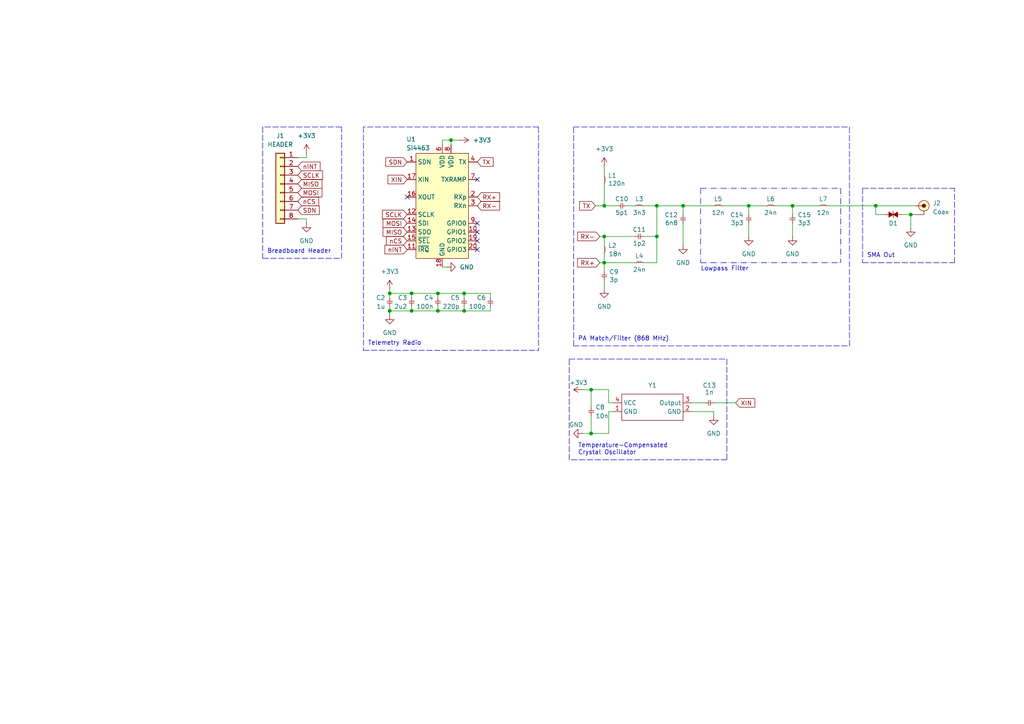
<source format=kicad_sch>
(kicad_sch (version 20231120) (generator "eeschema") (generator_version "8.0")
  (paper "A4")
  (lib_symbols
    (symbol "2T026000VY:2T026000VY"
      (property "Reference" "X" (at 0 0 0))
      (symbol "2T026000VY_1_0"
        (rectangle (start -8.89 3.81) (end 8.89 -3.81))
        (pin unspecified line (at -11.43 -1.27 0) (length 2.54) (name "GND") (number "1"))
        (pin unspecified line (at 11.43 -1.27 180) (length 2.54) (name "GND") (number "2"))
        (pin unspecified line (at 11.43 1.27 180) (length 2.54) (name "Output") (number "3"))
        (pin unspecified line (at -11.43 1.27 0) (length 2.54) (name "VCC") (number "4"))
      )
    )
    (symbol "RF:Si4463"
      (property "Reference" "U" (at -6.35 16.51 0))
      (property "Value" "Si4463" (at 6.35 16.51 0))
      (symbol "Si4463_0_1"
        (rectangle (start -7.62 15.24) (end 7.62 -15.24) (fill (type background)))
        (rectangle (start 10.16 -15.24) (end 10.16 -15.24))
      )
      (symbol "Si4463_1_1"
        (pin input line (at -10.16 12.7 0) (length 2.54) (name "SDN") (number "1"))
        (pin bidirectional line (at 10.16 -7.62 180) (length 2.54) (name "GPIO1") (number "10"))
        (pin open_collector line (at -10.16 -12.7 0) (length 2.54) (name "~{IRQ}") (number "11"))
        (pin input line (at -10.16 -2.54 0) (length 2.54) (name "SCLK") (number "12"))
        (pin output line (at -10.16 -7.62 0) (length 2.54) (name "SDO") (number "13"))
        (pin input line (at -10.16 -5.08 0) (length 2.54) (name "SDI") (number "14"))
        (pin input line (at -10.16 -10.16 0) (length 2.54) (name "~{SEL}") (number "15"))
        (pin passive line (at -10.16 2.54 0) (length 2.54) (name "XOUT") (number "16"))
        (pin input line (at -10.16 7.62 0) (length 2.54) (name "XIN") (number "17"))
        (pin power_in line (at 0 -17.78 90) (length 2.54) (name "GND") (number "18"))
        (pin bidirectional line (at 10.16 -10.16 180) (length 2.54) (name "GPIO2") (number "19"))
        (pin input line (at 10.16 2.54 180) (length 2.54) (name "RXp") (number "2"))
        (pin bidirectional line (at 10.16 -12.7 180) (length 2.54) (name "GPIO3") (number "20"))
        (pin passive line (at 0 -17.78 90) (length 2.54) hide (name "GND") (number "21"))
        (pin input line (at 10.16 0 180) (length 2.54) (name "RXn") (number "3"))
        (pin output line (at 10.16 12.7 180) (length 2.54) (name "TX") (number "4"))
        (pin no_connect line (at 7.62 -15.24 180) (length 2.54) hide (name "NC") (number "5"))
        (pin power_in line (at 0 17.78 270) (length 2.54) (name "VDD") (number "6"))
        (pin output line (at 10.16 7.62 180) (length 2.54) (name "TXRAMP") (number "7"))
        (pin power_in line (at 2.54 17.78 270) (length 2.54) (name "VDD") (number "8"))
        (pin bidirectional line (at 10.16 -5.08 180) (length 2.54) (name "GPIO0") (number "9"))
      )
    )
    (symbol "Strix:C" (pin_numbers hide) (pin_names (offset 1.016) hide)
      (property "Reference" "C" (at 1.27 1.778 0))
      (property "Value" "C" (at 1.27 -1.778 0))
      (symbol "C_0_1"
        (polyline (pts (xy 1.016 0.762) (xy 1.016 -0.762)))
        (polyline (pts (xy 1.524 0.762) (xy 1.524 -0.762)))
      )
      (symbol "C_1_1"
        (pin passive line (at 0 0 0) (length 1.016) (name "~") (number "1"))
        (pin passive line (at 2.54 0 180) (length 1.016) (name "~") (number "2"))
      )
    )
    (symbol "Strix:Coax" (pin_numbers hide) (pin_names (offset 1.016) hide)
      (property "Reference" "J" (at 0 2.54 0))
      (property "Value" "Coax" (at 0 -3.81 0))
      (symbol "Coax_0_1"
        (polyline (pts (xy 0 -1.524) (xy 0 -2.54)))
        (circle (center 0 0) (radius 0.508) (fill (type outline)))
        (circle (center 0 0) (radius 1.524) (fill (type background)))
      )
      (symbol "Coax_1_1"
        (pin bidirectional line (at -2.54 0 0) (length 2.54) (name "RF") (number "1"))
        (pin power_in line (at -2.54 -2.54 0) (length 2.54) (name "GND") (number "2"))
      )
    )
    (symbol "Strix:Conn_01x08" (pin_names (offset 1.016) hide)
      (property "Reference" "J" (at 0 10.16 0))
      (property "Value" "Conn_01x08" (at 0 -12.7 0))
      (symbol "Conn_01x08_1_1"
        (rectangle (start -1.27 -10.033) (end 0 -10.287) (stroke (width 0.1524)))
        (rectangle (start -1.27 -7.493) (end 0 -7.747) (stroke (width 0.1524)))
        (rectangle (start -1.27 -4.953) (end 0 -5.207) (stroke (width 0.1524)))
        (rectangle (start -1.27 -2.413) (end 0 -2.667) (stroke (width 0.1524)))
        (rectangle (start -1.27 0.127) (end 0 -0.127) (stroke (width 0.1524)))
        (rectangle (start -1.27 2.667) (end 0 2.413) (stroke (width 0.1524)))
        (rectangle (start -1.27 5.207) (end 0 4.953) (stroke (width 0.1524)))
        (rectangle (start -1.27 7.747) (end 0 7.493) (stroke (width 0.1524)))
        (rectangle (start -1.27 8.89) (end 1.27 -11.43) (stroke (width 0.254)) (fill (type background)))
        (pin passive line (at -5.08 7.62 0) (length 3.81) (name "Pin_1") (number "1"))
        (pin passive line (at -5.08 5.08 0) (length 3.81) (name "Pin_2") (number "2"))
        (pin passive line (at -5.08 2.54 0) (length 3.81) (name "Pin_3") (number "3"))
        (pin passive line (at -5.08 0 0) (length 3.81) (name "Pin_4") (number "4"))
        (pin passive line (at -5.08 -2.54 0) (length 3.81) (name "Pin_5") (number "5"))
        (pin passive line (at -5.08 -5.08 0) (length 3.81) (name "Pin_6") (number "6"))
        (pin passive line (at -5.08 -7.62 0) (length 3.81) (name "Pin_7") (number "7"))
        (pin passive line (at -5.08 -10.16 0) (length 3.81) (name "Pin_8") (number "8"))
      )
    )
    (symbol "Strix:D_ESD" (pin_numbers hide) (pin_names (offset 0) hide)
      (property "Reference" "D" (at -1.27 2.54 0))
      (symbol "D_ESD_0_1"
        (polyline (pts (xy 0 -0.762) (xy 0.254 -0.762)))
        (polyline (pts (xy 0 0.762) (xy -0.254 0.762)))
        (polyline (pts (xy 0 0.762) (xy 0 -0.762)))
        (polyline (pts (xy 0 0) (xy -1.27 0.762) (xy -1.27 -0.762) (xy 0 0)) (fill (type outline)))
        (polyline (pts (xy 0 0) (xy 1.27 0.762) (xy 1.27 -0.762) (xy 0 0)) (fill (type outline)))
      )
      (symbol "D_ESD_1_1"
        (pin passive line (at -2.54 0 0) (length 1.27) (name "1") (number "1"))
        (pin passive line (at 2.54 0 180) (length 1.27) (name "2") (number "2"))
      )
    )
    (symbol "Strix:L" (pin_numbers hide) (pin_names (offset 1.016) hide)
      (property "Reference" "L" (at 1.27 1.27 0))
      (property "Value" "L" (at 1.27 -1.27 0))
      (symbol "L_0_1"
        (arc (start 1.016 0) (mid 0.762 0.2529) (end 0.508 0))
        (arc (start 1.524 0) (mid 1.27 0.2529) (end 1.016 0))
        (arc (start 2.032 0) (mid 1.778 0.2529) (end 1.524 0))
      )
      (symbol "L_1_1"
        (pin passive line (at 0 0 0) (length 0.508) (name "~") (number "1"))
        (pin passive line (at 2.54 0 180) (length 0.508) (name "~") (number "2"))
      )
    )
    (symbol "power:+3V3" (power) (pin_numbers hide) (pin_names (offset 0) hide)
      (property "Value" "+3V3" (at 0 3.556 0))
      (symbol "+3V3_0_1"
        (polyline (pts (xy -0.762 1.27) (xy 0 2.54)))
        (polyline (pts (xy 0 0) (xy 0 2.54)))
        (polyline (pts (xy 0 2.54) (xy 0.762 1.27)))
      )
      (symbol "+3V3_1_1"
        (pin power_in line (at 0 0 90) (length 0) (name "~") (number "1"))
      )
    )
    (symbol "power:GND" (power) (pin_numbers hide) (pin_names (offset 0) hide)
      (property "Value" "GND" (at 0 -3.81 0))
      (symbol "GND_0_1"
        (polyline (pts (xy 0 0) (xy 0 -1.27) (xy 1.27 -1.27) (xy 0 -2.54) (xy -1.27 -1.27) (xy 0 -1.27)))
      )
      (symbol "GND_1_1"
        (pin power_in line (at 0 0 270) (length 0) (name "~") (number "1"))
      )
    )
  )
  (junction (at 130.81 40.64))
  (junction (at 134.62 90.17))
  (junction (at 171.45 113.03))
  (junction (at 217.17 59.69))
  (junction (at 175.26 76.2))
  (junction (at 264.16 62.23))
  (junction (at 175.26 59.69))
  (junction (at 119.38 90.17))
  (junction (at 127 85.09))
  (junction (at 171.45 125.73))
  (junction (at 254 59.69))
  (junction (at 113.03 85.09))
  (junction (at 175.26 68.58))
  (junction (at 113.03 90.17))
  (junction (at 198.12 59.69))
  (junction (at 127 90.17))
  (junction (at 119.38 85.09))
  (junction (at 134.62 85.09))
  (junction (at 190.5 68.58))
  (junction (at 190.5 59.69))
  (junction (at 229.87 59.69))
  (no_connect (at 138.43 52.07))
  (no_connect (at 138.43 72.39))
  (no_connect (at 138.43 67.31))
  (no_connect (at 118.11 57.15))
  (no_connect (at 138.43 69.85))
  (no_connect (at 138.43 64.77))
  (wire (pts (xy 222.25 59.69) (xy 217.17 59.69)))
  (wire (pts (xy 224.79 59.69) (xy 229.87 59.69)))
  (wire (pts (xy 128.27 40.64) (xy 130.81 40.64)))
  (wire (pts (xy 217.17 62.23) (xy 217.17 59.69)))
  (wire (pts (xy 207.01 59.69) (xy 198.12 59.69)))
  (wire (pts (xy 179.07 59.69) (xy 175.26 59.69)))
  (wire (pts (xy 176.53 119.38) (xy 176.53 125.73)))
  (wire (pts (xy 142.24 90.17) (xy 142.24 88.9)))
  (wire (pts (xy 134.62 85.09) (xy 134.62 86.36)))
  (polyline (pts (xy 210.82 104.14) (xy 210.82 133.35)) (stroke (width 0) (type dash)))
  (polyline (pts (xy 156.21 36.83) (xy 156.21 101.6)) (stroke (width 0) (type dash)))
  (polyline (pts (xy 250.19 76.2) (xy 276.86 76.2)) (stroke (width 0) (type dash)))
  (wire (pts (xy 88.9 64.77) (xy 88.9 63.5)))
  (wire (pts (xy 186.69 68.58) (xy 190.5 68.58)))
  (wire (pts (xy 190.5 59.69) (xy 190.5 68.58)))
  (polyline (pts (xy 203.2 54.61) (xy 203.2 76.2)) (stroke (width 0) (type dash_dot)))
  (wire (pts (xy 127 86.36) (xy 127 85.09)))
  (wire (pts (xy 184.15 68.58) (xy 175.26 68.58)))
  (wire (pts (xy 88.9 44.45) (xy 88.9 45.72)))
  (polyline (pts (xy 210.82 133.35) (xy 165.1 133.35)) (stroke (width 0) (type dash)))
  (wire (pts (xy 127 85.09) (xy 119.38 85.09)))
  (wire (pts (xy 128.27 41.91) (xy 128.27 40.64)))
  (polyline (pts (xy 250.19 54.61) (xy 250.19 76.2)) (stroke (width 0) (type dash)))
  (wire (pts (xy 198.12 64.77) (xy 198.12 71.12)))
  (wire (pts (xy 127 90.17) (xy 127 88.9)))
  (wire (pts (xy 256.54 62.23) (xy 254 62.23)))
  (wire (pts (xy 264.16 62.23) (xy 265.43 62.23)))
  (wire (pts (xy 134.62 88.9) (xy 134.62 90.17)))
  (polyline (pts (xy 250.19 54.61) (xy 276.86 54.61)) (stroke (width 0) (type dash)))
  (wire (pts (xy 207.01 120.65) (xy 207.01 119.38)))
  (wire (pts (xy 176.53 113.03) (xy 176.53 116.84)))
  (wire (pts (xy 190.5 68.58) (xy 190.5 76.2)))
  (wire (pts (xy 198.12 62.23) (xy 198.12 59.69)))
  (wire (pts (xy 217.17 64.77) (xy 217.17 68.58)))
  (wire (pts (xy 237.49 59.69) (xy 229.87 59.69)))
  (wire (pts (xy 184.15 59.69) (xy 181.61 59.69)))
  (wire (pts (xy 177.8 116.84) (xy 176.53 116.84)))
  (wire (pts (xy 229.87 59.69) (xy 229.87 62.23)))
  (wire (pts (xy 113.03 90.17) (xy 119.38 90.17)))
  (polyline (pts (xy 203.2 76.2) (xy 243.84 76.2)) (stroke (width 0) (type dash_dot)))
  (wire (pts (xy 175.26 81.28) (xy 175.26 83.82)))
  (wire (pts (xy 175.26 53.34) (xy 175.26 59.69)))
  (wire (pts (xy 113.03 88.9) (xy 113.03 90.17)))
  (polyline (pts (xy 99.06 36.83) (xy 76.2 36.83)) (stroke (width 0) (type dash)))
  (polyline (pts (xy 246.38 100.33) (xy 246.38 36.83)) (stroke (width 0) (type dash)))
  (wire (pts (xy 113.03 90.17) (xy 113.03 91.44)))
  (wire (pts (xy 240.03 59.69) (xy 254 59.69)))
  (wire (pts (xy 177.8 119.38) (xy 176.53 119.38)))
  (polyline (pts (xy 203.2 54.61) (xy 243.84 54.61)) (stroke (width 0) (type dash_dot)))
  (wire (pts (xy 175.26 73.66) (xy 175.26 76.2)))
  (wire (pts (xy 184.15 76.2) (xy 175.26 76.2)))
  (wire (pts (xy 127 85.09) (xy 134.62 85.09)))
  (wire (pts (xy 133.35 40.64) (xy 130.81 40.64)))
  (wire (pts (xy 229.87 64.77) (xy 229.87 68.58)))
  (wire (pts (xy 113.03 85.09) (xy 113.03 83.82)))
  (wire (pts (xy 190.5 59.69) (xy 198.12 59.69)))
  (wire (pts (xy 264.16 62.23) (xy 264.16 66.04)))
  (wire (pts (xy 261.62 62.23) (xy 264.16 62.23)))
  (wire (pts (xy 134.62 90.17) (xy 127 90.17)))
  (wire (pts (xy 86.36 45.72) (xy 88.9 45.72)))
  (wire (pts (xy 173.99 76.2) (xy 175.26 76.2)))
  (polyline (pts (xy 165.1 104.14) (xy 210.82 104.14)) (stroke (width 0) (type dash)))
  (wire (pts (xy 119.38 85.09) (xy 113.03 85.09)))
  (wire (pts (xy 186.69 59.69) (xy 190.5 59.69)))
  (wire (pts (xy 168.91 113.03) (xy 171.45 113.03)))
  (polyline (pts (xy 166.37 100.33) (xy 166.37 36.83)) (stroke (width 0) (type dash)))
  (wire (pts (xy 171.45 113.03) (xy 176.53 113.03)))
  (wire (pts (xy 207.01 119.38) (xy 200.66 119.38)))
  (wire (pts (xy 134.62 90.17) (xy 142.24 90.17)))
  (wire (pts (xy 113.03 85.09) (xy 113.03 86.36)))
  (polyline (pts (xy 99.06 74.93) (xy 99.06 36.83)) (stroke (width 0) (type dash)))
  (polyline (pts (xy 243.84 54.61) (xy 243.84 76.2)) (stroke (width 0) (type dash_dot)))
  (wire (pts (xy 134.62 85.09) (xy 142.24 85.09)))
  (wire (pts (xy 130.81 40.64) (xy 130.81 41.91)))
  (polyline (pts (xy 105.41 36.83) (xy 105.41 101.6)) (stroke (width 0) (type dash)))
  (wire (pts (xy 254 62.23) (xy 254 59.69)))
  (wire (pts (xy 88.9 63.5) (xy 86.36 63.5)))
  (polyline (pts (xy 276.86 76.2) (xy 276.86 54.61)) (stroke (width 0) (type dash)))
  (wire (pts (xy 200.66 116.84) (xy 204.47 116.84)))
  (wire (pts (xy 190.5 76.2) (xy 186.69 76.2)))
  (polyline (pts (xy 105.41 101.6) (xy 156.21 101.6)) (stroke (width 0) (type dash)))
  (wire (pts (xy 172.72 59.69) (xy 175.26 59.69)))
  (polyline (pts (xy 165.1 133.35) (xy 165.1 104.14)) (stroke (width 0) (type dash)))
  (polyline (pts (xy 166.37 100.33) (xy 246.38 100.33)) (stroke (width 0) (type dash)))
  (wire (pts (xy 254 59.69) (xy 265.43 59.69)))
  (wire (pts (xy 129.54 77.47) (xy 128.27 77.47)))
  (wire (pts (xy 119.38 85.09) (xy 119.38 86.36)))
  (polyline (pts (xy 166.37 36.83) (xy 246.38 36.83)) (stroke (width 0) (type dash)))
  (wire (pts (xy 175.26 71.12) (xy 175.26 68.58)))
  (wire (pts (xy 207.01 116.84) (xy 213.36 116.84)))
  (wire (pts (xy 175.26 76.2) (xy 175.26 78.74)))
  (polyline (pts (xy 76.2 36.83) (xy 76.2 74.93)) (stroke (width 0) (type dash)))
  (wire (pts (xy 171.45 120.65) (xy 171.45 125.73)))
  (wire (pts (xy 119.38 90.17) (xy 127 90.17)))
  (polyline (pts (xy 76.2 74.93) (xy 99.06 74.93)) (stroke (width 0) (type dash)))
  (wire (pts (xy 168.91 125.73) (xy 171.45 125.73)))
  (wire (pts (xy 173.99 68.58) (xy 175.26 68.58)))
  (wire (pts (xy 142.24 85.09) (xy 142.24 86.36)))
  (wire (pts (xy 119.38 90.17) (xy 119.38 88.9)))
  (wire (pts (xy 171.45 125.73) (xy 176.53 125.73)))
  (wire (pts (xy 175.26 50.8) (xy 175.26 48.26)))
  (wire (pts (xy 217.17 59.69) (xy 209.55 59.69)))
  (polyline (pts (xy 156.21 36.83) (xy 105.41 36.83)) (stroke (width 0) (type dash)))
  (wire (pts (xy 171.45 113.03) (xy 171.45 118.11)))
  (text "Temperature-Compensated\nCrystal Oscillator" (at 167.64 132.08 0) (effects (font (size 1.27 1.27)) (justify left bottom)))
  (text "SMA Out" (at 251.4563 74.8878 0) (effects (font (size 1.27 1.27)) (justify left bottom)))
  (text "Lowpass Filter" (at 203.2 78.74 0) (effects (font (size 1.27 1.27)) (justify left bottom)))
  (text "PA Match/Filter (868 MHz)" (at 167.64 99.06 0) (effects (font (size 1.27 1.27)) (justify left bottom)))
  (text "Breadboard Header" (at 77.47 73.66 0) (effects (font (size 1.27 1.27)) (justify left bottom)))
  (text "Telemetry Radio" (at 106.68 100.33 0) (effects (font (size 1.27 1.27)) (justify left bottom)))
  (global_label "nINT" (shape input) (at 118.11 72.39 180) (property "Intersheetrefs" "${INTERSHEET_REFS}" (effects (hide yes))))
  (global_label "SCLK" (shape input) (at 86.36 50.8 0) (property "Intersheetrefs" "${INTERSHEET_REFS}" (effects (hide yes))))
  (global_label "MISO" (shape input) (at 86.36 53.34 0) (property "Intersheetrefs" "${INTERSHEET_REFS}" (effects (hide yes))))
  (global_label "SCLK" (shape input) (at 118.11 62.23 180) (property "Intersheetrefs" "${INTERSHEET_REFS}" (effects (hide yes))))
  (global_label "TX" (shape input) (at 138.43 46.99 0) (property "Intersheetrefs" "${INTERSHEET_REFS}" (effects (hide yes))))
  (global_label "nCS" (shape input) (at 86.36 58.42 0) (property "Intersheetrefs" "${INTERSHEET_REFS}" (effects (hide yes))))
  (global_label "nCS" (shape input) (at 118.11 69.85 180) (property "Intersheetrefs" "${INTERSHEET_REFS}" (effects (hide yes))))
  (global_label "MISO" (shape input) (at 118.11 67.31 180) (property "Intersheetrefs" "${INTERSHEET_REFS}" (effects (hide yes))))
  (global_label "RX+" (shape input) (at 173.99 76.2 180) (property "Intersheetrefs" "${INTERSHEET_REFS}" (effects (hide yes))))
  (global_label "nINT" (shape input) (at 86.36 48.26 0) (property "Intersheetrefs" "${INTERSHEET_REFS}" (effects (hide yes))))
  (global_label "TX" (shape input) (at 172.72 59.69 180) (property "Intersheetrefs" "${INTERSHEET_REFS}" (effects (hide yes))))
  (global_label "RX-" (shape input) (at 138.43 59.69 0) (property "Intersheetrefs" "${INTERSHEET_REFS}" (effects (hide yes))))
  (global_label "MOSI" (shape input) (at 86.36 55.88 0) (property "Intersheetrefs" "${INTERSHEET_REFS}" (effects (hide yes))))
  (global_label "SDN" (shape input) (at 118.11 46.99 180) (property "Intersheetrefs" "${INTERSHEET_REFS}" (effects (hide yes))))
  (global_label "SDN" (shape input) (at 86.36 60.96 0) (property "Intersheetrefs" "${INTERSHEET_REFS}" (effects (hide yes))))
  (global_label "XIN" (shape input) (at 213.36 116.84 0) (property "Intersheetrefs" "${INTERSHEET_REFS}" (effects (hide yes))))
  (global_label "MOSI" (shape input) (at 118.11 64.77 180) (property "Intersheetrefs" "${INTERSHEET_REFS}" (effects (hide yes))))
  (global_label "RX-" (shape input) (at 173.99 68.58 180) (property "Intersheetrefs" "${INTERSHEET_REFS}" (effects (hide yes))))
  (global_label "RX+" (shape input) (at 138.43 57.15 0) (property "Intersheetrefs" "${INTERSHEET_REFS}" (effects (hide yes))))
  (global_label "XIN" (shape input) (at 118.11 52.07 180) (property "Intersheetrefs" "${INTERSHEET_REFS}" (effects (hide yes))))
  (symbol (lib_id "Strix:Coax") (at 267.97 59.69 0) (unit 1)
    (property "Reference" "J2" (at 270.51 58.9279 0) (effects (justify left)))
    (property "Value" "Coax" (at 270.51 61.4679 0) (effects (justify left)))
    (property "Footprint" "Strix:SMA-Edge" (effects (hide yes)))
    (property "Farnell" "1608592" (effects (hide yes)))
  )
  (symbol (lib_id "Strix:C") (at 113.03 86.36 90) (mirror x) (unit 1)
    (property "Reference" "C2" (at 111.76 86.36 90) (effects (justify left)))
    (property "Value" "1u" (at 111.76 88.9 90) (effects (justify left)))
    (property "Footprint" "Capacitor_SMD:C_0402_1005Metric_Pad0.74x0.62mm_HandSolder" (effects (hide yes)))
    (property "Farnell" "9402063" (effects (hide yes)))
  )
  (symbol (lib_id "Strix:C") (at 171.45 118.11 90) (mirror x) (unit 1)
    (property "Reference" "C8" (at 172.72 118.11 90) (effects (justify right)))
    (property "Value" "10n" (at 172.72 120.65 90) (effects (justify right)))
    (property "Footprint" "Capacitor_SMD:C_0402_1005Metric_Pad0.74x0.62mm_HandSolder" (effects (hide yes)))
    (property "Farnell" "9402047" (effects (hide yes)))
  )
  (symbol (lib_id "Strix:L") (at 184.15 76.2 0) (unit 1)
    (property "Reference" "L4" (at 185.42 74.93 0) (effects (justify bottom)))
    (property "Value" "24n" (at 185.42 77.47 0) (effects (justify top)))
    (property "Footprint" "Inductor_SMD:L_0402_1005Metric_Pad0.77x0.64mm_HandSolder" (effects (hide yes)))
    (property "Farnell" "3263549" (effects (hide yes)))
  )
  (symbol (lib_id "Strix:C") (at 175.26 78.74 270) (unit 1)
    (property "Reference" "C9" (at 176.7332 78.8416 90) (effects (justify left)))
    (property "Value" "3p" (at 176.7332 81.153 90) (effects (justify left)))
    (property "Footprint" "Capacitor_SMD:C_0402_1005Metric_Pad0.74x0.62mm_HandSolder" (effects (hide yes)))
    (property "Farnell" "1758933" (effects (hide yes)))
  )
  (symbol (lib_id "power:+3V3") (at 113.03 83.82 0) (unit 1)
    (property "Reference" "#PWR03" (effects (hide yes)))
    (property "Value" "+3V3" (at 113.03 78.74 0))
    (property "Description" "Power symbol creates a global label with name \"+3V3\"" (effects (hide yes)))
  )
  (symbol (lib_id "power:GND") (at 175.26 83.82 0) (unit 1)
    (property "Reference" "#PWR010" (effects (hide yes)))
    (property "Value" "GND" (at 175.26 88.9 0))
    (property "Description" "Power symbol creates a global label with name \"GND\" , ground" (effects (hide yes)))
  )
  (symbol (lib_id "Strix:L") (at 175.26 50.8 270) (unit 1)
    (property "Reference" "L1" (at 176.3776 50.9016 90) (effects (justify left)))
    (property "Value" "120n" (at 176.3776 53.213 90) (effects (justify left)))
    (property "Footprint" "Inductor_SMD:L_0402_1005Metric_Pad0.77x0.64mm_HandSolder" (effects (hide yes)))
    (property "Farnell" "3471254" (effects (hide yes)))
  )
  (symbol (lib_id "power:+3V3") (at 168.91 113.03 90) (unit 1)
    (property "Reference" "#PWR012" (effects (hide yes)))
    (property "Value" "+3V3" (at 170.434 110.998 90) (effects (justify left)))
    (property "Description" "Power symbol creates a global label with name \"+3V3\"" (effects (hide yes)))
  )
  (symbol (lib_id "Strix:Conn_01x08") (at 81.28 53.34 0) (mirror y) (unit 1)
    (property "Reference" "J1" (at 81.28 39.37 0))
    (property "Value" "HEADER" (at 81.28 41.91 0))
    (property "Footprint" "Strix:Header_Breadboard_1x08" (effects (hide yes)))
    (property "Farnell" "1022256" (effects (hide yes)))
  )
  (symbol (lib_id "Strix:C") (at 229.87 62.23 270) (unit 1)
    (property "Reference" "C15" (at 231.3432 62.3316 90) (effects (justify left)))
    (property "Value" "3p3" (at 231.3432 64.643 90) (effects (justify left)))
    (property "Footprint" "Capacitor_SMD:C_0402_1005Metric_Pad0.74x0.62mm_HandSolder" (effects (hide yes)))
    (property "Farnell" "3013357" (effects (hide yes)))
  )
  (symbol (lib_id "Strix:L") (at 175.26 71.12 270) (unit 1)
    (property "Reference" "L2" (at 176.3776 71.2216 90) (effects (justify left)))
    (property "Value" "18n" (at 176.53 73.66 90) (effects (justify left)))
    (property "Footprint" "Inductor_SMD:L_0402_1005Metric_Pad0.77x0.64mm_HandSolder" (effects (hide yes)))
    (property "Farnell" "1343084" (effects (hide yes)))
  )
  (symbol (lib_id "power:GND") (at 217.17 68.58 0) (unit 1)
    (property "Reference" "#PWR014" (effects (hide yes)))
    (property "Value" "GND" (at 217.17 73.66 0))
    (property "Description" "Power symbol creates a global label with name \"GND\" , ground" (effects (hide yes)))
  )
  (symbol (lib_id "Strix:L") (at 207.01 59.69 0) (unit 1)
    (property "Reference" "L5" (at 208.28 58.42 0) (effects (justify bottom)))
    (property "Value" "12n" (at 208.28 60.96 0) (effects (justify top)))
    (property "Footprint" "Inductor_SMD:L_0402_1005Metric_Pad0.77x0.64mm_HandSolder" (effects (hide yes)))
    (property "Farnell" "1343082" (effects (hide yes)))
  )
  (symbol (lib_id "power:GND") (at 88.9 64.77 0) (unit 1)
    (property "Reference" "#PWR02" (effects (hide yes)))
    (property "Value" "GND" (at 88.9 69.85 0))
    (property "Description" "Power symbol creates a global label with name \"GND\" , ground" (effects (hide yes)))
  )
  (symbol (lib_id "power:+3V3") (at 133.35 40.64 270) (unit 1)
    (property "Reference" "#PWR017" (effects (hide yes)))
    (property "Value" "+3V3" (at 137.16 40.6399 90) (effects (justify left)))
    (property "Description" "Power symbol creates a global label with name \"+3V3\"" (effects (hide yes)))
  )
  (symbol (lib_id "RF:Si4463") (at 128.27 59.69 0) (unit 1)
    (property "Reference" "U1" (at 117.856 40.386 0) (effects (justify left)))
    (property "Value" "Si4463" (at 117.856 42.926 0) (effects (justify left)))
    (property "Footprint" "Package_DFN_QFN:QFN-20-1EP_4x4mm_P0.5mm_EP2.6x2.6mm_ThermalVias" (effects (hide yes)))
    (property "Datasheet" "https://www.silabs.com/documents/public/data-sheets/Si4464-63-61-60.pdf" (effects (hide yes)))
    (property "Description" "High-Performance, Low-Current Sub-GHz Transceiver, +20dBm, Major bands 142-1050 MHz, QFN-20" (effects (hide yes)))
  )
  (symbol (lib_id "Strix:C") (at 134.62 86.36 90) (mirror x) (unit 1)
    (property "Reference" "C5" (at 133.35 86.36 90) (effects (justify left)))
    (property "Value" "220p" (at 133.35 88.9 90) (effects (justify left)))
    (property "Footprint" "Capacitor_SMD:C_0402_1005Metric_Pad0.74x0.62mm_HandSolder" (effects (hide yes)))
    (property "Farnell" "3019240" (effects (hide yes)))
  )
  (symbol (lib_id "Strix:C") (at 184.15 68.58 0) (unit 1)
    (property "Reference" "C11" (at 185.42 67.31 0) (effects (justify bottom)))
    (property "Value" "1p2" (at 185.42 69.85 0) (effects (justify top)))
    (property "Footprint" "Capacitor_SMD:C_0402_1005Metric_Pad0.74x0.62mm_HandSolder" (effects (hide yes)))
    (property "Farnell" "3369062" (effects (hide yes)))
  )
  (symbol (lib_id "power:GND") (at 264.16 66.04 0) (unit 1)
    (property "Reference" "#PWR013" (effects (hide yes)))
    (property "Value" "GND" (at 264.16 71.12 0))
    (property "Description" "Power symbol creates a global label with name \"GND\" , ground" (effects (hide yes)))
  )
  (symbol (lib_id "Strix:C") (at 142.24 86.36 90) (mirror x) (unit 1)
    (property "Reference" "C6" (at 140.97 86.36 90) (effects (justify left)))
    (property "Value" "100p" (at 140.97 88.9 90) (effects (justify left)))
    (property "Footprint" "Capacitor_SMD:C_0402_1005Metric_Pad0.74x0.62mm_HandSolder" (effects (hide yes)))
    (property "Farnell" "2906905" (effects (hide yes)))
  )
  (symbol (lib_id "power:GND") (at 168.91 125.73 270) (unit 1)
    (property "Reference" "#PWR04" (effects (hide yes)))
    (property "Value" "GND" (at 169.164 123.19 90) (effects (justify right)))
    (property "Description" "Power symbol creates a global label with name \"GND\" , ground" (effects (hide yes)))
  )
  (symbol (lib_id "Strix:L") (at 237.49 59.69 0) (unit 1)
    (property "Reference" "L7" (at 238.76 58.42 0) (effects (justify bottom)))
    (property "Value" "12n" (at 238.76 60.96 0) (effects (justify top)))
    (property "Footprint" "Inductor_SMD:L_0402_1005Metric_Pad0.77x0.64mm_HandSolder" (effects (hide yes)))
    (property "Farnell" "1343082" (effects (hide yes)))
  )
  (symbol (lib_id "2T026000VY:2T026000VY") (at 189.23 118.11 0) (unit 1)
    (property "Reference" "Y1" (at 189.23 111.76 0))
    (property "Value" "26MHz" (effects (hide yes)))
    (property "Footprint" "2T026000VY:CRYSTAL-SMD_4P-L2.5-W2.0-BL-1" (effects (hide yes)))
    (property "Datasheet" "https://atta.szlcsc.com/upload/public/pdf/source/20231222/214C4113A54CF1C8D7973E337A04F371.pdf" (effects (hide yes)))
    (property "Description" "Frequency:26MHz Frequency Stability:±0.5ppm Frequency Stability:±0.5ppm Output Type:- Voltage - Supply:1.8V~3.3V Voltage - Supply:1.8V~3.3V Current - Supply:1.5mA Operating Temperature:-40°C~+85°C Operating Temperature:-40°C~+85°C Ratings:-" (effects (hide yes)))
    (property "Manufacturer Part" "2T026000VY" (effects (hide yes)))
    (property "Manufacturer" "HUAXIN(华昕)" (effects (hide yes)))
    (property "Supplier Part" "C19725361" (effects (hide yes)))
    (property "Supplier" "LCSC" (effects (hide yes)))
    (property "LCSC Part Name" "26MHz ±0.5ppm 1.8V~3.3V" (effects (hide yes)))
  )
  (symbol (lib_id "power:GND") (at 198.12 71.12 0) (unit 1)
    (property "Reference" "#PWR011" (effects (hide yes)))
    (property "Value" "GND" (at 198.12 76.2 0))
    (property "Description" "Power symbol creates a global label with name \"GND\" , ground" (effects (hide yes)))
  )
  (symbol (lib_id "power:GND") (at 229.87 68.58 0) (unit 1)
    (property "Reference" "#PWR015" (effects (hide yes)))
    (property "Value" "GND" (at 229.87 73.66 0))
    (property "Description" "Power symbol creates a global label with name \"GND\" , ground" (effects (hide yes)))
  )
  (symbol (lib_id "power:+3V3") (at 175.26 48.26 0) (unit 1)
    (property "Reference" "#PWR07" (effects (hide yes)))
    (property "Value" "+3V3" (at 175.26 43.18 0))
    (property "Description" "Power symbol creates a global label with name \"+3V3\"" (effects (hide yes)))
  )
  (symbol (lib_id "Strix:L") (at 222.25 59.69 0) (unit 1)
    (property "Reference" "L6" (at 223.52 58.42 0) (effects (justify bottom)))
    (property "Value" "24n" (at 223.52 60.96 0) (effects (justify top)))
    (property "Footprint" "Inductor_SMD:L_0402_1005Metric_Pad0.77x0.64mm_HandSolder" (effects (hide yes)))
    (property "Farnell" "3263549" (effects (hide yes)))
  )
  (symbol (lib_id "Strix:C") (at 179.07 59.69 0) (unit 1)
    (property "Reference" "C10" (at 180.34 58.42 0) (effects (justify bottom)))
    (property "Value" "5p1" (at 180.34 60.96 0) (effects (justify top)))
    (property "Footprint" "Capacitor_SMD:C_0402_1005Metric_Pad0.74x0.62mm_HandSolder" (effects (hide yes)))
    (property "Farnell" "2781439" (effects (hide yes)))
  )
  (symbol (lib_id "power:+3V3") (at 88.9 44.45 0) (unit 1)
    (property "Reference" "#PWR01" (effects (hide yes)))
    (property "Value" "+3V3" (at 88.9 39.37 0))
    (property "Description" "Power symbol creates a global label with name \"+3V3\"" (effects (hide yes)))
  )
  (symbol (lib_id "Strix:C") (at 198.12 62.23 90) (mirror x) (unit 1)
    (property "Reference" "C12" (at 196.6468 62.3316 90) (effects (justify left)))
    (property "Value" "6n8" (at 196.6468 64.643 90) (effects (justify left)))
    (property "Footprint" "Capacitor_SMD:C_0402_1005Metric_Pad0.74x0.62mm_HandSolder" (effects (hide yes)))
    (property "Farnell" "2627370" (effects (hide yes)))
  )
  (symbol (lib_id "power:GND") (at 207.01 120.65 0) (unit 1)
    (property "Reference" "#PWR09" (effects (hide yes)))
    (property "Value" "GND" (at 207.01 125.73 0))
    (property "Description" "Power symbol creates a global label with name \"GND\" , ground" (effects (hide yes)))
  )
  (symbol (lib_id "power:GND") (at 113.03 91.44 0) (unit 1)
    (property "Reference" "#PWR08" (effects (hide yes)))
    (property "Value" "GND" (at 113.03 96.52 0))
    (property "Description" "Power symbol creates a global label with name \"GND\" , ground" (effects (hide yes)))
  )
  (symbol (lib_id "Strix:C") (at 217.17 62.23 90) (mirror x) (unit 1)
    (property "Reference" "C14" (at 215.6968 62.3316 90) (effects (justify left)))
    (property "Value" "3p3" (at 215.6968 64.643 90) (effects (justify left)))
    (property "Footprint" "Capacitor_SMD:C_0402_1005Metric_Pad0.74x0.62mm_HandSolder" (effects (hide yes)))
    (property "Farnell" "3013357" (effects (hide yes)))
  )
  (symbol (lib_id "Strix:L") (at 184.15 59.69 0) (unit 1)
    (property "Reference" "L3" (at 185.42 58.42 0) (effects (justify bottom)))
    (property "Value" "3n3" (at 185.42 60.96 0) (effects (justify top)))
    (property "Footprint" "Inductor_SMD:L_0402_1005Metric_Pad0.77x0.64mm_HandSolder" (effects (hide yes)))
    (property "Farnell" "1343068" (effects (hide yes)))
  )
  (symbol (lib_id "Strix:C") (at 127 86.36 90) (mirror x) (unit 1)
    (property "Reference" "C4" (at 125.73 86.36 90) (effects (justify left)))
    (property "Value" "100n" (at 125.73 88.9 90) (effects (justify left)))
    (property "Footprint" "Capacitor_SMD:C_0402_1005Metric_Pad0.74x0.62mm_HandSolder" (effects (hide yes)))
    (property "Farnell" "9402047" (effects (hide yes)))
  )
  (symbol (lib_id "power:GND") (at 129.54 77.47 90) (unit 1)
    (property "Reference" "#PWR016" (effects (hide yes)))
    (property "Value" "GND" (at 133.35 77.4699 90) (effects (justify right)))
    (property "Description" "Power symbol creates a global label with name \"GND\" , ground" (effects (hide yes)))
  )
  (symbol (lib_id "Strix:C") (at 204.47 116.84 0) (unit 1)
    (property "Reference" "C13" (at 205.74 111.76 0))
    (property "Value" "1n" (at 205.74 113.03 0) (effects (justify top)))
    (property "Footprint" "Capacitor_SMD:C_0402_1005Metric_Pad0.74x0.62mm_HandSolder" (effects (hide yes)))
    (property "Farnell" "2332520" (effects (hide yes)))
  )
  (symbol (lib_id "Strix:D_ESD") (at 259.08 62.23 0) (unit 1)
    (property "Reference" "D1" (at 259.08 64.77 0))
    (property "Value" "D_ESD" (effects (hide yes)))
    (property "Footprint" "Diode_SMD:D_0402_1005Metric_Pad0.77x0.64mm_HandSolder" (effects (hide yes)))
    (property "Farnell" "2368169" (effects (hide yes)))
  )
  (symbol (lib_id "Strix:C") (at 119.38 86.36 90) (mirror x) (unit 1)
    (property "Reference" "C3" (at 118.11 86.36 90) (effects (justify left)))
    (property "Value" "2u2" (at 118.11 88.9 90) (effects (justify left)))
    (property "Footprint" "Capacitor_SMD:C_0402_1005Metric_Pad0.74x0.62mm_HandSolder" (effects (hide yes)))
    (property "Farnell" "2672111" (effects (hide yes)))
  )
)
</source>
